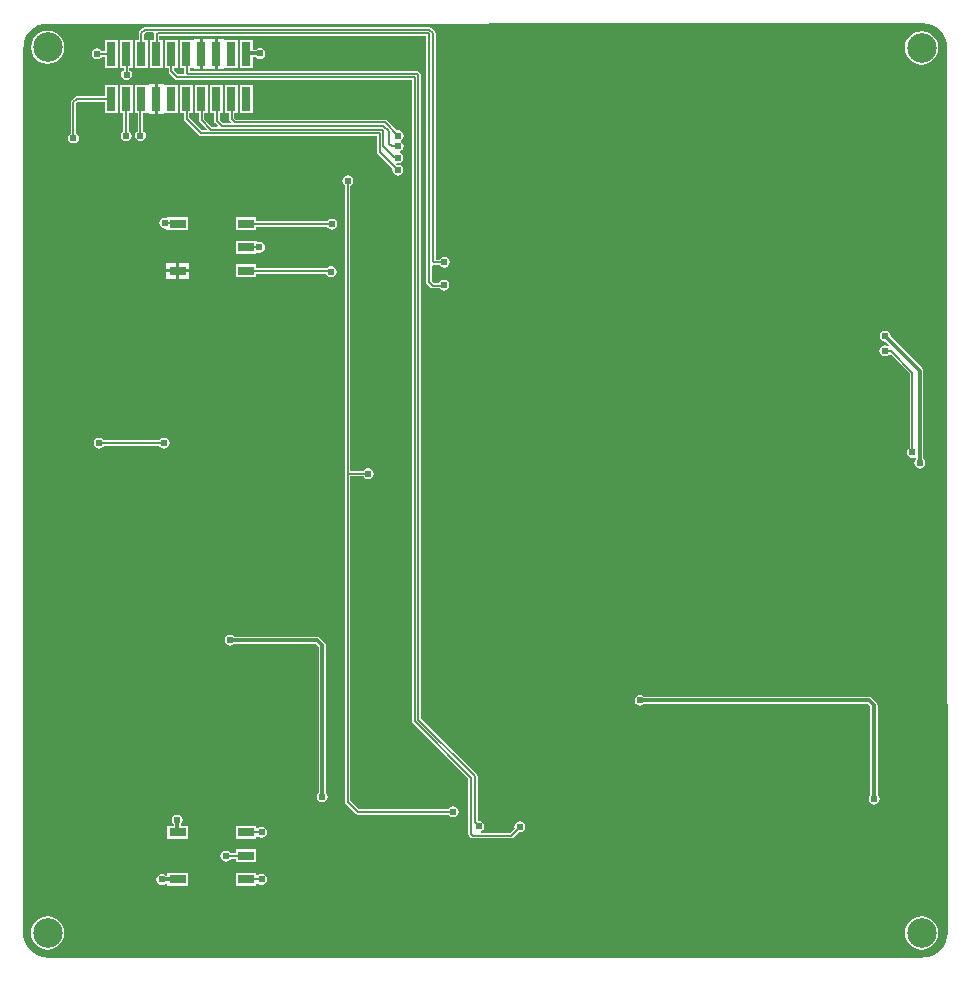
<source format=gtl>
G04*
G04 #@! TF.GenerationSoftware,Altium Limited,Altium Designer,20.1.8 (145)*
G04*
G04 Layer_Physical_Order=1*
G04 Layer_Color=824512*
%FSAX24Y24*%
%MOIN*%
G70*
G04*
G04 #@! TF.SameCoordinates,548E75E3-62BA-4D27-8EBC-4AC5D718A5B1*
G04*
G04*
G04 #@! TF.FilePolarity,Positive*
G04*
G01*
G75*
%ADD16R,0.0291X0.0787*%
%ADD17R,0.0551X0.0315*%
%ADD21C,0.0060*%
%ADD22C,0.0120*%
%ADD23C,0.0984*%
%ADD24C,0.0240*%
%ADD25C,0.0300*%
G36*
X033312Y034923D02*
X033465Y034877D01*
X033605Y034802D01*
X033728Y034701D01*
X033829Y034578D01*
X033904Y034437D01*
X033951Y034285D01*
X033962Y034169D01*
X033966Y034121D01*
X033966Y034120D01*
X033966Y034120D01*
X033966Y034120D01*
X033966Y034071D01*
X033968Y026616D01*
X033973Y012254D01*
X033976Y012241D01*
X033978Y004688D01*
X033978Y004688D01*
X033978Y004688D01*
X033979Y004685D01*
X033979Y004629D01*
X033980Y004626D01*
X033980Y004625D01*
X033964Y004465D01*
X033917Y004310D01*
X033841Y004167D01*
X033738Y004042D01*
X033613Y003940D01*
X033471Y003864D01*
X033316Y003817D01*
X033208Y003806D01*
X033160Y003802D01*
X033155Y003802D01*
X033133Y003797D01*
X004136D01*
X004088Y003800D01*
Y003800D01*
X004019Y003793D01*
X003851Y003810D01*
X003689Y003859D01*
X003540Y003939D01*
X003409Y004046D01*
X003302Y004177D01*
X003222Y004326D01*
X003173Y004488D01*
X003163Y004587D01*
X003163Y004587D01*
X003163D01*
X003161Y004590D01*
X003161Y034089D01*
X003162Y034096D01*
X003165Y034100D01*
X003172Y034135D01*
X003176Y034183D01*
X003187Y034286D01*
X003232Y034436D01*
X003306Y034574D01*
X003405Y034695D01*
X003526Y034794D01*
X003664Y034868D01*
X003814Y034913D01*
X003968Y034929D01*
X003970Y034928D01*
X003975Y034928D01*
X003975Y034928D01*
X003975Y034928D01*
X033160Y034938D01*
X033160Y034938D01*
X033312Y034923D01*
D02*
G37*
%LPC*%
G36*
X006310Y034369D02*
X005899D01*
Y034003D01*
X005793D01*
X005764Y034047D01*
X005704Y034087D01*
X005634Y034101D01*
X005564Y034087D01*
X005504Y034047D01*
X005464Y033988D01*
X005450Y033917D01*
X005464Y033847D01*
X005504Y033788D01*
X005564Y033748D01*
X005634Y033734D01*
X005704Y033748D01*
X005764Y033788D01*
X005785Y033820D01*
X005899D01*
Y033462D01*
X006310D01*
Y034369D01*
D02*
G37*
G36*
X010810D02*
X010399D01*
Y033462D01*
X010810D01*
Y033808D01*
X010911D01*
X010915Y033801D01*
X010975Y033761D01*
X011045Y033747D01*
X011115Y033761D01*
X011175Y033801D01*
X011215Y033860D01*
X011229Y033931D01*
X011215Y034001D01*
X011175Y034060D01*
X011115Y034100D01*
X011045Y034114D01*
X010975Y034100D01*
X010915Y034060D01*
X010911Y034053D01*
X010810D01*
Y034369D01*
D02*
G37*
G36*
X003979Y034697D02*
X003834Y034678D01*
X003700Y034623D01*
X003585Y034534D01*
X003496Y034419D01*
X003441Y034285D01*
X003422Y034141D01*
X003441Y033996D01*
X003496Y033862D01*
X003585Y033747D01*
X003700Y033658D01*
X003834Y033603D01*
X003979Y033584D01*
X004123Y033603D01*
X004257Y033658D01*
X004372Y033747D01*
X004461Y033862D01*
X004516Y033996D01*
X004535Y034141D01*
X004516Y034285D01*
X004461Y034419D01*
X004372Y034534D01*
X004257Y034623D01*
X004123Y034678D01*
X003979Y034697D01*
D02*
G37*
G36*
X033110Y034678D02*
X032966Y034659D01*
X032832Y034603D01*
X032716Y034515D01*
X032628Y034399D01*
X032572Y034265D01*
X032553Y034121D01*
X032572Y033977D01*
X032628Y033842D01*
X032716Y033727D01*
X032832Y033639D01*
X032966Y033583D01*
X033110Y033564D01*
X033254Y033583D01*
X033389Y033639D01*
X033504Y033727D01*
X033593Y033842D01*
X033648Y033977D01*
X033667Y034121D01*
X033648Y034265D01*
X033593Y034399D01*
X033504Y034515D01*
X033389Y034603D01*
X033254Y034659D01*
X033110Y034678D01*
D02*
G37*
G36*
X009654Y034409D02*
Y033915D01*
Y033422D01*
X009850D01*
Y033458D01*
X009899Y033462D01*
X009900Y033462D01*
X010310D01*
Y034369D01*
X009900D01*
X009899Y034369D01*
X009850Y034372D01*
Y034409D01*
X009654D01*
D02*
G37*
G36*
X009359Y034409D02*
X009309Y034409D01*
X009154D01*
Y033915D01*
Y033422D01*
X009309D01*
X009350Y033422D01*
X009400Y033422D01*
X009554D01*
Y033915D01*
Y034409D01*
X009359D01*
D02*
G37*
G36*
X009054Y034409D02*
X008859D01*
Y034372D01*
X008810Y034369D01*
X008809Y034369D01*
X008399D01*
Y033462D01*
X008526D01*
Y033295D01*
X008529Y033281D01*
X008496Y033231D01*
X008338D01*
X008193Y033377D01*
Y033462D01*
X008310D01*
Y034369D01*
X007899D01*
Y033462D01*
X008009D01*
Y033339D01*
X008016Y033304D01*
X008036Y033274D01*
X008236Y033075D01*
X008265Y033055D01*
X008300Y033048D01*
X016128D01*
Y011667D01*
X016135Y011632D01*
X016155Y011602D01*
X018003Y009754D01*
Y007918D01*
X018010Y007883D01*
X018030Y007854D01*
X018088Y007796D01*
X018118Y007776D01*
X018153Y007769D01*
X019420D01*
X019456Y007776D01*
X019485Y007796D01*
X019675Y007985D01*
X019720Y007976D01*
X019790Y007990D01*
X019850Y008030D01*
X019890Y008090D01*
X019904Y008160D01*
X019890Y008230D01*
X019850Y008290D01*
X019790Y008330D01*
X019720Y008344D01*
X019650Y008330D01*
X019590Y008290D01*
X019550Y008230D01*
X019536Y008160D01*
X019545Y008115D01*
X019382Y007952D01*
X018432D01*
X018423Y007978D01*
X018423Y008002D01*
X018476Y008038D01*
X018516Y008097D01*
X018530Y008168D01*
X018516Y008238D01*
X018476Y008297D01*
X018417Y008337D01*
X018347Y008351D01*
X018345Y008351D01*
X018307Y008382D01*
Y009842D01*
X018300Y009877D01*
X018280Y009907D01*
X016432Y011755D01*
Y033207D01*
X016425Y033242D01*
X016405Y033271D01*
X016352Y033324D01*
X016322Y033344D01*
X016287Y033351D01*
X008709D01*
Y033462D01*
X008809D01*
X008810Y033462D01*
X008859Y033458D01*
Y033422D01*
X009054D01*
Y033915D01*
Y034409D01*
D02*
G37*
G36*
X006810Y034369D02*
X006399D01*
Y033462D01*
X006517D01*
Y033385D01*
X006479Y033360D01*
X006439Y033300D01*
X006425Y033230D01*
X006439Y033160D01*
X006479Y033100D01*
X006538Y033060D01*
X006608Y033046D01*
X006679Y033060D01*
X006738Y033100D01*
X006778Y033160D01*
X006792Y033230D01*
X006778Y033300D01*
X006738Y033360D01*
X006700Y033385D01*
Y033462D01*
X006810D01*
Y034369D01*
D02*
G37*
G36*
X010810Y032869D02*
X010399D01*
Y031962D01*
X010810D01*
Y032869D01*
D02*
G37*
G36*
X006310D02*
X005899D01*
Y032511D01*
X004944D01*
X004908Y032504D01*
X004879Y032485D01*
X004775Y032381D01*
X004755Y032351D01*
X004748Y032316D01*
Y031275D01*
X004710Y031250D01*
X004670Y031190D01*
X004656Y031120D01*
X004670Y031050D01*
X004710Y030990D01*
X004770Y030950D01*
X004840Y030936D01*
X004910Y030950D01*
X004970Y030990D01*
X005010Y031050D01*
X005024Y031120D01*
X005010Y031190D01*
X004970Y031250D01*
X004932Y031275D01*
Y032278D01*
X004982Y032328D01*
X005899D01*
Y031962D01*
X006310D01*
Y032869D01*
D02*
G37*
G36*
X007850Y032909D02*
X007654D01*
Y032415D01*
Y031922D01*
X007850D01*
Y031958D01*
X007899Y031962D01*
X007900Y031962D01*
X008310D01*
Y032869D01*
X007900D01*
X007899Y032869D01*
X007850Y032872D01*
Y032909D01*
D02*
G37*
G36*
X007554D02*
X007359D01*
Y032872D01*
X007310Y032869D01*
X007309Y032869D01*
X006899D01*
Y031962D01*
X006980D01*
Y031353D01*
X006942Y031327D01*
X006902Y031268D01*
X006889Y031197D01*
X006902Y031127D01*
X006942Y031068D01*
X007002Y031028D01*
X007072Y031014D01*
X007142Y031028D01*
X007202Y031068D01*
X007242Y031127D01*
X007256Y031197D01*
X007242Y031268D01*
X007202Y031327D01*
X007164Y031353D01*
Y031962D01*
X007309D01*
X007310Y031962D01*
X007359Y031958D01*
Y031922D01*
X007554D01*
Y032415D01*
Y032909D01*
D02*
G37*
G36*
X010310Y032869D02*
X009899D01*
Y031962D01*
X010017D01*
Y031750D01*
X010024Y031714D01*
X010044Y031685D01*
X010077Y031651D01*
X010058Y031605D01*
X009827D01*
X009708Y031724D01*
Y031962D01*
X009810D01*
Y032869D01*
X009399D01*
Y031962D01*
X009525D01*
Y031686D01*
X009531Y031651D01*
X009551Y031621D01*
X009641Y031531D01*
X009622Y031485D01*
X009466D01*
X009206Y031745D01*
Y031962D01*
X009310D01*
Y032869D01*
X008899D01*
Y031962D01*
X009022D01*
Y031707D01*
X009029Y031672D01*
X009049Y031642D01*
X009280Y031411D01*
X009261Y031365D01*
X009125D01*
X008705Y031785D01*
Y031962D01*
X008810D01*
Y032869D01*
X008399D01*
Y031962D01*
X008521D01*
Y031747D01*
X008528Y031712D01*
X008548Y031682D01*
X009022Y031209D01*
X009051Y031189D01*
X009087Y031182D01*
X014953D01*
Y030634D01*
X014960Y030599D01*
X014980Y030569D01*
X015469Y030080D01*
X015460Y030035D01*
X015474Y029965D01*
X015514Y029905D01*
X015574Y029865D01*
X015644Y029852D01*
X015714Y029865D01*
X015774Y029905D01*
X015814Y029965D01*
X015827Y030035D01*
X015814Y030105D01*
X015774Y030165D01*
X015714Y030205D01*
X015644Y030219D01*
X015617Y030213D01*
X015604Y030228D01*
X015632Y030274D01*
X015656Y030269D01*
X015726Y030283D01*
X015786Y030323D01*
X015825Y030382D01*
X015839Y030453D01*
X015825Y030523D01*
X015786Y030582D01*
X015740Y030613D01*
X015736Y030628D01*
X015737Y030660D01*
X015740Y030669D01*
X015788Y030701D01*
X015828Y030760D01*
X015842Y030831D01*
X015828Y030901D01*
X015788Y030960D01*
X015752Y030985D01*
X015751Y031043D01*
X015787Y031067D01*
X015827Y031127D01*
X015841Y031197D01*
X015827Y031267D01*
X015787Y031327D01*
X015727Y031366D01*
X015657Y031380D01*
X015612Y031371D01*
X015285Y031698D01*
X015256Y031718D01*
X015220Y031725D01*
X010263D01*
X010200Y031788D01*
Y031962D01*
X010310D01*
Y032869D01*
D02*
G37*
G36*
X006810D02*
X006399D01*
Y031962D01*
X006505D01*
Y031342D01*
X006467Y031317D01*
X006427Y031257D01*
X006413Y031187D01*
X006427Y031117D01*
X006467Y031057D01*
X006526Y031017D01*
X006596Y031003D01*
X006667Y031017D01*
X006726Y031057D01*
X006766Y031117D01*
X006780Y031187D01*
X006766Y031257D01*
X006726Y031317D01*
X006688Y031342D01*
Y031962D01*
X006810D01*
Y032869D01*
D02*
G37*
G36*
X007973Y028475D02*
X007923Y028445D01*
X007880Y028454D01*
X007810Y028440D01*
X007750Y028400D01*
X007710Y028340D01*
X007696Y028270D01*
X007710Y028200D01*
X007750Y028140D01*
X007810Y028100D01*
X007880Y028086D01*
X007923Y028095D01*
X007973Y028060D01*
Y028040D01*
X008644D01*
Y028475D01*
X007973D01*
Y028475D01*
D02*
G37*
G36*
X010927Y028475D02*
X010256D01*
Y028040D01*
X010927D01*
Y028148D01*
X013292D01*
X013317Y028110D01*
X013376Y028071D01*
X013447Y028057D01*
X013517Y028071D01*
X013576Y028110D01*
X013616Y028170D01*
X013630Y028240D01*
X013616Y028311D01*
X013576Y028370D01*
X013517Y028410D01*
X013447Y028424D01*
X013376Y028410D01*
X013317Y028370D01*
X013291Y028332D01*
X010927D01*
Y028475D01*
D02*
G37*
G36*
Y027687D02*
X010256D01*
Y027253D01*
X010927D01*
Y027287D01*
X010977Y027309D01*
X011040Y027296D01*
X011110Y027310D01*
X011170Y027350D01*
X011210Y027410D01*
X011224Y027480D01*
X011210Y027550D01*
X011170Y027610D01*
X011110Y027650D01*
X011040Y027664D01*
X010977Y027651D01*
X010927Y027673D01*
Y027687D01*
D02*
G37*
G36*
X016705Y034821D02*
X007222D01*
X007187Y034814D01*
X007157Y034794D01*
X007035Y034672D01*
X007015Y034642D01*
X007008Y034607D01*
Y034369D01*
X006899D01*
Y033462D01*
X007310D01*
Y034369D01*
X007191D01*
Y034569D01*
X007260Y034638D01*
X007492D01*
X007524Y034588D01*
X007522Y034574D01*
Y034369D01*
X007399D01*
Y033462D01*
X007810D01*
Y034369D01*
X007705D01*
Y034518D01*
X016598D01*
Y026310D01*
X016605Y026275D01*
X016625Y026245D01*
X016745Y026125D01*
X016775Y026105D01*
X016810Y026098D01*
X017048D01*
X017058Y026084D01*
X017117Y026044D01*
X017187Y026030D01*
X017258Y026044D01*
X017317Y026084D01*
X017357Y026144D01*
X017371Y026214D01*
X017357Y026284D01*
X017317Y026344D01*
X017258Y026383D01*
X017187Y026397D01*
X017117Y026383D01*
X017058Y026344D01*
X017018Y026284D01*
X017017Y026282D01*
X016848D01*
X016782Y026348D01*
Y026861D01*
X016832Y026888D01*
X016834Y026886D01*
X016869Y026879D01*
X017049D01*
X017074Y026841D01*
X017134Y026802D01*
X017204Y026788D01*
X017274Y026802D01*
X017334Y026841D01*
X017373Y026901D01*
X017387Y026971D01*
X017373Y027041D01*
X017334Y027101D01*
X017274Y027141D01*
X017204Y027155D01*
X017134Y027141D01*
X017074Y027101D01*
X017049Y027063D01*
X016912D01*
Y034614D01*
X016905Y034649D01*
X016885Y034679D01*
X016769Y034794D01*
X016740Y034814D01*
X016705Y034821D01*
D02*
G37*
G36*
X008684Y026940D02*
X008358D01*
Y026733D01*
X008684D01*
Y026940D01*
D02*
G37*
G36*
X008258D02*
X007933D01*
Y026733D01*
X008258D01*
Y026940D01*
D02*
G37*
G36*
X010927Y026900D02*
X010256D01*
Y026465D01*
X010927D01*
Y026591D01*
X013266D01*
X013305Y026533D01*
X013364Y026493D01*
X013435Y026479D01*
X013505Y026493D01*
X013564Y026533D01*
X013604Y026593D01*
X013618Y026663D01*
X013604Y026733D01*
X013564Y026793D01*
X013505Y026833D01*
X013435Y026846D01*
X013364Y026833D01*
X013305Y026793D01*
X013293Y026774D01*
X010927D01*
Y026900D01*
D02*
G37*
G36*
X008684Y026633D02*
X008358D01*
Y026425D01*
X008684D01*
Y026633D01*
D02*
G37*
G36*
X008258D02*
X007933D01*
Y026425D01*
X008258D01*
Y026633D01*
D02*
G37*
G36*
X031901Y024692D02*
X031831Y024678D01*
X031771Y024638D01*
X031731Y024579D01*
X031717Y024508D01*
X031731Y024438D01*
X031771Y024379D01*
X031831Y024339D01*
X031901Y024325D01*
X031910Y024327D01*
X032029Y024208D01*
X032012Y024155D01*
X032011Y024156D01*
X031952Y024195D01*
X031882Y024209D01*
X031812Y024195D01*
X031752Y024155D01*
X031712Y024096D01*
X031698Y024025D01*
X031712Y023955D01*
X031752Y023896D01*
X031812Y023856D01*
X031882Y023842D01*
X031952Y023856D01*
X032012Y023896D01*
X032074Y023899D01*
X032714Y023258D01*
Y020789D01*
X032676Y020763D01*
X032636Y020704D01*
X032622Y020633D01*
X032636Y020563D01*
X032676Y020504D01*
X032736Y020464D01*
X032806Y020450D01*
X032869Y020462D01*
X032914Y020436D01*
X032916Y020435D01*
X032918Y020421D01*
X032918Y020399D01*
X032880Y020343D01*
X032866Y020273D01*
X032880Y020203D01*
X032920Y020143D01*
X032979Y020103D01*
X033050Y020089D01*
X033120Y020103D01*
X033179Y020143D01*
X033219Y020203D01*
X033233Y020273D01*
X033219Y020343D01*
X033179Y020403D01*
X033172Y020407D01*
Y023360D01*
X033163Y023407D01*
X033136Y023446D01*
X032083Y024500D01*
X032085Y024508D01*
X032071Y024579D01*
X032031Y024638D01*
X031971Y024678D01*
X031901Y024692D01*
D02*
G37*
G36*
X005693Y021124D02*
X005622Y021110D01*
X005563Y021070D01*
X005523Y021010D01*
X005509Y020940D01*
X005523Y020870D01*
X005563Y020810D01*
X005622Y020771D01*
X005693Y020757D01*
X005763Y020771D01*
X005822Y020810D01*
X005848Y020848D01*
X007705D01*
X007730Y020810D01*
X007790Y020770D01*
X007860Y020756D01*
X007930Y020770D01*
X007990Y020810D01*
X008030Y020870D01*
X008044Y020940D01*
X008030Y021010D01*
X007990Y021070D01*
X007930Y021110D01*
X007860Y021124D01*
X007790Y021110D01*
X007730Y021070D01*
X007705Y021032D01*
X005848D01*
X005822Y021070D01*
X005763Y021110D01*
X005693Y021124D01*
D02*
G37*
G36*
X013982Y029870D02*
X013912Y029856D01*
X013852Y029816D01*
X013813Y029756D01*
X013799Y029686D01*
X013813Y029616D01*
X013852Y029556D01*
X013886Y029534D01*
Y019930D01*
Y008982D01*
X013893Y008947D01*
X013913Y008917D01*
X014245Y008585D01*
X014275Y008565D01*
X014310Y008558D01*
X017345D01*
X017370Y008520D01*
X017430Y008480D01*
X017500Y008466D01*
X017570Y008480D01*
X017630Y008520D01*
X017670Y008580D01*
X017684Y008650D01*
X017670Y008720D01*
X017630Y008780D01*
X017570Y008820D01*
X017500Y008834D01*
X017430Y008820D01*
X017370Y008780D01*
X017345Y008742D01*
X014348D01*
X014070Y009020D01*
Y019838D01*
X014515D01*
X014540Y019800D01*
X014600Y019760D01*
X014670Y019746D01*
X014740Y019760D01*
X014800Y019800D01*
X014840Y019860D01*
X014854Y019930D01*
X014840Y020000D01*
X014800Y020060D01*
X014740Y020100D01*
X014670Y020114D01*
X014600Y020100D01*
X014540Y020060D01*
X014515Y020022D01*
X014070D01*
Y029528D01*
X014112Y029556D01*
X014152Y029616D01*
X014166Y029686D01*
X014152Y029756D01*
X014112Y029816D01*
X014052Y029856D01*
X013982Y029870D01*
D02*
G37*
G36*
X010070Y014554D02*
X010000Y014540D01*
X009940Y014500D01*
X009900Y014440D01*
X009886Y014370D01*
X009900Y014300D01*
X009940Y014240D01*
X010000Y014200D01*
X010070Y014186D01*
X010140Y014200D01*
X010200Y014240D01*
X010205Y014248D01*
X012909D01*
X013008Y014149D01*
Y009299D01*
X012999Y009293D01*
X012960Y009234D01*
X012946Y009163D01*
X012960Y009093D01*
X012999Y009034D01*
X013059Y008994D01*
X013129Y008980D01*
X013199Y008994D01*
X013259Y009034D01*
X013299Y009093D01*
X013313Y009163D01*
X013299Y009234D01*
X013259Y009293D01*
X013252Y009298D01*
Y014200D01*
X013243Y014247D01*
X013217Y014287D01*
X013047Y014457D01*
X013007Y014483D01*
X012960Y014492D01*
X010205D01*
X010200Y014500D01*
X010140Y014540D01*
X010070Y014554D01*
D02*
G37*
G36*
X023727Y012551D02*
X023656Y012537D01*
X023597Y012497D01*
X023557Y012438D01*
X023543Y012368D01*
X023557Y012297D01*
X023597Y012238D01*
X023656Y012198D01*
X023727Y012184D01*
X023797Y012198D01*
X023856Y012238D01*
X023861Y012245D01*
X031312D01*
X031405Y012152D01*
Y009205D01*
X031397Y009200D01*
X031357Y009141D01*
X031343Y009070D01*
X031357Y009000D01*
X031397Y008941D01*
X031457Y008901D01*
X031527Y008887D01*
X031597Y008901D01*
X031657Y008941D01*
X031696Y009000D01*
X031710Y009070D01*
X031696Y009141D01*
X031657Y009200D01*
X031649Y009205D01*
Y012203D01*
X031640Y012250D01*
X031613Y012290D01*
X031449Y012454D01*
X031409Y012481D01*
X031362Y012490D01*
X023861D01*
X023856Y012497D01*
X023797Y012537D01*
X023727Y012551D01*
D02*
G37*
G36*
X010927Y008195D02*
X010256D01*
Y007760D01*
X010927D01*
Y007824D01*
X010977Y007839D01*
X010978Y007838D01*
X011037Y007798D01*
X011108Y007784D01*
X011178Y007798D01*
X011237Y007838D01*
X011277Y007897D01*
X011291Y007968D01*
X011277Y008038D01*
X011237Y008097D01*
X011178Y008137D01*
X011108Y008151D01*
X011037Y008137D01*
X010978Y008097D01*
X010977Y008096D01*
X010927Y008112D01*
Y008195D01*
D02*
G37*
G36*
X008300Y008564D02*
X008230Y008550D01*
X008170Y008510D01*
X008130Y008450D01*
X008116Y008380D01*
X008130Y008310D01*
X008170Y008250D01*
X008178Y008245D01*
Y008195D01*
X007973D01*
Y007760D01*
X008644D01*
Y008195D01*
X008422D01*
Y008245D01*
X008430Y008250D01*
X008470Y008310D01*
X008484Y008380D01*
X008470Y008450D01*
X008430Y008510D01*
X008370Y008550D01*
X008300Y008564D01*
D02*
G37*
G36*
X010927Y007407D02*
X010256D01*
Y007272D01*
X010075D01*
X010050Y007310D01*
X009990Y007350D01*
X009920Y007364D01*
X009850Y007350D01*
X009790Y007310D01*
X009750Y007250D01*
X009736Y007180D01*
X009750Y007110D01*
X009790Y007050D01*
X009850Y007010D01*
X009920Y006996D01*
X009990Y007010D01*
X010050Y007050D01*
X010075Y007088D01*
X010256D01*
Y006973D01*
X010927D01*
Y007407D01*
D02*
G37*
G36*
X008644Y006620D02*
X007973D01*
Y006524D01*
X007924D01*
X007920Y006530D01*
X007860Y006570D01*
X007790Y006584D01*
X007720Y006570D01*
X007660Y006530D01*
X007620Y006470D01*
X007606Y006400D01*
X007620Y006330D01*
X007660Y006270D01*
X007720Y006230D01*
X007790Y006216D01*
X007860Y006230D01*
X007920Y006270D01*
X007965Y006249D01*
X007973Y006242D01*
Y006185D01*
X008644D01*
Y006620D01*
D02*
G37*
G36*
X010927D02*
X010256D01*
Y006185D01*
X010927D01*
Y006259D01*
X010977Y006275D01*
X010980Y006270D01*
X011040Y006230D01*
X011110Y006216D01*
X011180Y006230D01*
X011240Y006270D01*
X011280Y006330D01*
X011294Y006400D01*
X011280Y006470D01*
X011240Y006530D01*
X011180Y006570D01*
X011110Y006584D01*
X011040Y006570D01*
X010980Y006530D01*
X010977Y006525D01*
X010927Y006541D01*
Y006620D01*
D02*
G37*
G36*
X033110Y005171D02*
X032966Y005152D01*
X032832Y005096D01*
X032716Y005008D01*
X032628Y004893D01*
X032572Y004758D01*
X032553Y004614D01*
X032572Y004470D01*
X032628Y004336D01*
X032716Y004220D01*
X032832Y004132D01*
X032966Y004076D01*
X033110Y004057D01*
X033254Y004076D01*
X033389Y004132D01*
X033504Y004220D01*
X033593Y004336D01*
X033648Y004470D01*
X033667Y004614D01*
X033648Y004758D01*
X033593Y004893D01*
X033504Y005008D01*
X033389Y005096D01*
X033254Y005152D01*
X033110Y005171D01*
D02*
G37*
G36*
X003978D02*
X003834Y005152D01*
X003700Y005096D01*
X003585Y005008D01*
X003496Y004893D01*
X003440Y004758D01*
X003421Y004614D01*
X003440Y004470D01*
X003496Y004336D01*
X003585Y004220D01*
X003700Y004132D01*
X003834Y004076D01*
X003978Y004057D01*
X004122Y004076D01*
X004257Y004132D01*
X004372Y004220D01*
X004461Y004336D01*
X004516Y004470D01*
X004535Y004614D01*
X004516Y004758D01*
X004461Y004893D01*
X004372Y005008D01*
X004257Y005096D01*
X004122Y005152D01*
X003978Y005171D01*
D02*
G37*
%LPD*%
D16*
X010604Y032415D02*
D03*
X010104D02*
D03*
X009604D02*
D03*
X009104D02*
D03*
X008604D02*
D03*
X008104D02*
D03*
X007604D02*
D03*
X007104D02*
D03*
X006604D02*
D03*
X006104D02*
D03*
X010604Y033915D02*
D03*
X010104D02*
D03*
X009604D02*
D03*
X009104D02*
D03*
X008604D02*
D03*
X008104D02*
D03*
X007604D02*
D03*
X007104D02*
D03*
X006604D02*
D03*
X006104D02*
D03*
D17*
X008308Y007977D02*
D03*
X010592Y007190D02*
D03*
X008308Y006403D02*
D03*
X010592Y007977D02*
D03*
Y006403D02*
D03*
X008308Y028257D02*
D03*
X010592Y027470D02*
D03*
X008308Y026683D02*
D03*
X010592Y028257D02*
D03*
Y026683D02*
D03*
D21*
X015443Y030831D02*
X015658D01*
X015350Y030924D02*
Y031334D01*
Y030924D02*
X015443Y030831D01*
X009789Y031513D02*
X015171D01*
X010225Y031633D02*
X015220D01*
X015657Y031197D01*
X015171Y031513D02*
X015350Y031334D01*
X015165Y030855D02*
Y031349D01*
X009428Y031393D02*
X015121D01*
X015165Y031349D01*
X013978Y019930D02*
Y029682D01*
X013982Y029686D01*
X005690Y020940D02*
X007860D01*
X013978Y008982D02*
Y019930D01*
X014670D01*
X013978Y008982D02*
X014310Y008650D01*
X016340Y011717D02*
X018215Y009842D01*
Y008299D02*
Y009842D01*
Y008299D02*
X018347Y008168D01*
X018095Y007918D02*
X018153Y007860D01*
X016220Y011667D02*
X018095Y009792D01*
Y007918D02*
Y009792D01*
X010108Y031750D02*
X010225Y031633D01*
X010108Y031750D02*
Y032411D01*
X010104Y032415D02*
X010108Y032411D01*
X015621Y030487D02*
X015656Y030453D01*
X015533Y030487D02*
X015621D01*
X015165Y030855D02*
X015533Y030487D01*
X009616Y031686D02*
Y032403D01*
Y031686D02*
X009789Y031513D01*
X015045Y030634D02*
Y031238D01*
X008613Y031747D02*
X009087Y031273D01*
X015010D02*
X015045Y031238D01*
X009087Y031273D02*
X015010D01*
X009114Y031707D02*
X009428Y031393D01*
X009114Y031707D02*
Y032406D01*
X009604Y032415D02*
X009616Y032403D01*
X009104Y032415D02*
X009114Y032406D01*
X008604Y032415D02*
X008613Y032406D01*
Y031747D02*
Y032406D01*
X008604Y033915D02*
X008618Y033902D01*
X008653Y033260D02*
X016287D01*
X008618Y033295D02*
X008653Y033260D01*
X008618Y033295D02*
Y033902D01*
X008101Y033339D02*
X008300Y033140D01*
X008101Y033912D02*
X008104Y033915D01*
X008101Y033339D02*
Y033912D01*
X007604Y033915D02*
X007613Y033924D01*
X007648Y034610D02*
X016655D01*
X007613Y033924D02*
Y034574D01*
X007648Y034610D01*
X007100Y033920D02*
X007104Y033915D01*
X007100Y034607D02*
X007222Y034730D01*
X007100Y033920D02*
Y034607D01*
X004840Y032316D02*
X004944Y032420D01*
X006100D02*
X006104Y032415D01*
X004944Y032420D02*
X006100D01*
X005634Y033917D02*
X005640Y033912D01*
X006039D01*
X006070Y033943D01*
X006608Y033230D02*
Y033903D01*
X006569Y033942D02*
X006608Y033903D01*
X032077Y024025D02*
X032806Y023296D01*
X031882Y024025D02*
X032077D01*
X032806Y020633D02*
Y023296D01*
X016287Y033260D02*
X016340Y033207D01*
X016185Y033140D02*
X016220Y033104D01*
Y011667D02*
Y033104D01*
X008300Y033140D02*
X016185D01*
X007222Y034730D02*
X016705D01*
X016690Y026310D02*
Y034574D01*
X016655Y034610D02*
X016690Y034574D01*
X016705Y034730D02*
X016820Y034614D01*
Y027020D02*
Y034614D01*
X015045Y030634D02*
X015644Y030035D01*
X016340Y011717D02*
Y033207D01*
X014310Y008650D02*
X017500D01*
X010592Y006403D02*
X010594Y006400D01*
X011110D01*
X010592Y007977D02*
X010601Y007968D01*
X011108D01*
X010582Y007180D02*
X010592Y007190D01*
X009920Y007180D02*
X010582D01*
X018153Y007860D02*
X019420D01*
X019720Y008160D01*
X016820Y027020D02*
X016869Y026971D01*
X016810Y026190D02*
X017163D01*
X017187Y026214D01*
X016690Y026310D02*
X016810Y026190D01*
X016869Y026971D02*
X017204D01*
X006569Y033942D02*
X006570Y033943D01*
X004840Y031120D02*
Y032316D01*
X006570Y032443D02*
X006596Y032416D01*
Y031187D02*
Y032416D01*
X007070Y032443D02*
X007072Y032441D01*
Y031197D02*
Y032441D01*
X010592Y027470D02*
X010602Y027480D01*
X011040D01*
X008296Y028270D02*
X008308Y028257D01*
X007880Y028270D02*
X008296D01*
X010592Y026683D02*
X013415D01*
X010592Y026683D02*
X010592Y026683D01*
X013415D02*
X013435Y026663D01*
X010592Y028257D02*
X010609Y028240D01*
X013446D01*
X013447Y028240D01*
D22*
X031362Y012368D02*
X031527Y012203D01*
X023727Y012368D02*
X031362D01*
X031527Y009070D02*
Y012203D01*
X010604Y033915D02*
X010620Y033931D01*
X011045D01*
X033050Y020273D02*
Y023360D01*
X031901Y024508D02*
X033050Y023360D01*
X013130Y009164D02*
Y014200D01*
X013129Y009163D02*
X013130Y009164D01*
X010070Y014370D02*
X012960D01*
X013130Y014200D01*
X008300Y007986D02*
X008308Y007977D01*
X008300Y007986D02*
Y008380D01*
X008307Y006401D02*
X008308Y006403D01*
X007791Y006401D02*
X008307D01*
X007790Y006400D02*
X007791Y006401D01*
D23*
X003978Y004614D02*
D03*
X033110D02*
D03*
X003979Y034141D02*
D03*
X033110Y034121D02*
D03*
D24*
X008300Y008380D02*
D03*
X013982Y029686D02*
D03*
X004077Y007228D02*
D03*
X005527Y007248D02*
D03*
X005247Y024888D02*
D03*
X006017Y024918D02*
D03*
X005220Y030010D02*
D03*
X006087Y030008D02*
D03*
X005247Y028418D02*
D03*
X006047Y028388D02*
D03*
X005257Y026398D02*
D03*
X006597Y023688D02*
D03*
X006577Y022078D02*
D03*
X007597Y023718D02*
D03*
Y022088D02*
D03*
X005693Y020940D02*
D03*
X007860Y020940D02*
D03*
X026788Y008777D02*
D03*
X027877Y008798D02*
D03*
X031527Y009070D02*
D03*
X023727Y012368D02*
D03*
X017187Y026214D02*
D03*
X014670Y019930D02*
D03*
X006987Y015694D02*
D03*
X007001Y016240D02*
D03*
X007588Y015689D02*
D03*
X007580Y016240D02*
D03*
X008680Y016053D02*
D03*
X005634Y033917D02*
D03*
X006608Y033230D02*
D03*
X010100Y033674D02*
D03*
X011045Y033931D02*
D03*
X031882Y024025D02*
D03*
X031901Y024508D02*
D03*
X013129Y009163D02*
D03*
X010070Y014370D02*
D03*
X015644Y030035D02*
D03*
X015656Y030453D02*
D03*
X015657Y031197D02*
D03*
X015658Y030831D02*
D03*
X017500Y008650D02*
D03*
X011108Y007968D02*
D03*
X011110Y006400D02*
D03*
X009920Y007180D02*
D03*
X007790Y006400D02*
D03*
X018347Y008168D02*
D03*
X019720Y008160D02*
D03*
X007880Y028270D02*
D03*
X011040Y027480D02*
D03*
X013447Y028240D02*
D03*
X013435Y026663D02*
D03*
X004840Y031120D02*
D03*
X007072Y031197D02*
D03*
X006596Y031187D02*
D03*
X033050Y020273D02*
D03*
X017204Y026971D02*
D03*
X032806Y020633D02*
D03*
D25*
X031200Y033600D02*
D03*
X032400Y031200D02*
D03*
Y026400D02*
D03*
X031200Y019200D02*
D03*
X032400Y016800D02*
D03*
X031200Y014400D02*
D03*
X032400Y012000D02*
D03*
Y007200D02*
D03*
X028800Y033600D02*
D03*
X030000Y031200D02*
D03*
Y026400D02*
D03*
X028800Y019200D02*
D03*
X030000Y016800D02*
D03*
X028800Y014400D02*
D03*
X026400Y033600D02*
D03*
X027600Y031200D02*
D03*
X026400Y028800D02*
D03*
Y024000D02*
D03*
X027600Y021600D02*
D03*
X026400Y019200D02*
D03*
X027600Y016800D02*
D03*
X026400Y014400D02*
D03*
X027600Y007200D02*
D03*
X026400Y004800D02*
D03*
X024000Y033600D02*
D03*
X025200Y031200D02*
D03*
Y026400D02*
D03*
X024000Y019200D02*
D03*
X025200Y016800D02*
D03*
X024000Y014400D02*
D03*
Y009600D02*
D03*
X025200Y007200D02*
D03*
X024000Y004800D02*
D03*
X021600Y033600D02*
D03*
X022800Y031200D02*
D03*
X021600Y019200D02*
D03*
X022800Y016800D02*
D03*
X021600Y009600D02*
D03*
X019200Y033600D02*
D03*
Y028800D02*
D03*
Y019200D02*
D03*
X020400Y016800D02*
D03*
X019200Y014400D02*
D03*
X020400Y007200D02*
D03*
X016800Y024000D02*
D03*
Y019200D02*
D03*
X018000Y016800D02*
D03*
X016800Y014400D02*
D03*
X018000Y012000D02*
D03*
X016800Y009600D02*
D03*
Y004800D02*
D03*
X014400Y024000D02*
D03*
Y019200D02*
D03*
X015600Y016800D02*
D03*
X014400Y014400D02*
D03*
X015600Y012000D02*
D03*
X014400Y009600D02*
D03*
X015600Y007200D02*
D03*
X014400Y004800D02*
D03*
X013200Y021600D02*
D03*
X012000Y019200D02*
D03*
X013200Y016800D02*
D03*
X012000Y009600D02*
D03*
X013200Y007200D02*
D03*
X012000Y004800D02*
D03*
X009600Y024000D02*
D03*
Y019200D02*
D03*
X010800Y016800D02*
D03*
Y012000D02*
D03*
X008400Y016800D02*
D03*
Y012000D02*
D03*
X007200Y009600D02*
D03*
X004800Y033600D02*
D03*
X006000Y026400D02*
D03*
X004800Y019200D02*
D03*
X006000Y012000D02*
D03*
X004800Y009600D02*
D03*
Y004800D02*
D03*
M02*

</source>
